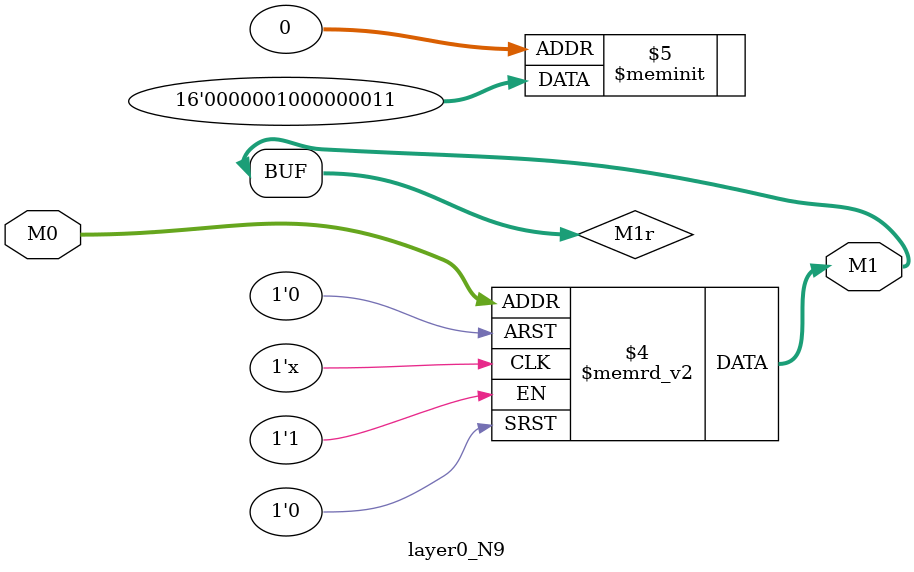
<source format=v>
module layer0_N9 ( input [2:0] M0, output [1:0] M1 );

	(*rom_style = "distributed" *) reg [1:0] M1r;
	assign M1 = M1r;
	always @ (M0) begin
		case (M0)
			3'b000: M1r = 2'b11;
			3'b100: M1r = 2'b10;
			3'b010: M1r = 2'b00;
			3'b110: M1r = 2'b00;
			3'b001: M1r = 2'b00;
			3'b101: M1r = 2'b00;
			3'b011: M1r = 2'b00;
			3'b111: M1r = 2'b00;

		endcase
	end
endmodule

</source>
